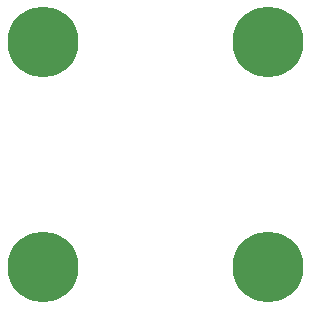
<source format=gts>
G04 #@! TF.FileFunction,Soldermask,Top*
%FSLAX46Y46*%
G04 Gerber Fmt 4.6, Leading zero omitted, Abs format (unit mm)*
G04 Created by KiCad (PCBNEW 4.0.7) date 12/11/17 00:30:20*
%MOMM*%
%LPD*%
G01*
G04 APERTURE LIST*
%ADD10C,0.100000*%
%ADD11C,6.000000*%
G04 APERTURE END LIST*
D10*
D11*
X146050000Y-111760000D03*
X165100000Y-111760000D03*
X146050000Y-130810000D03*
X165100000Y-130810000D03*
M02*

</source>
